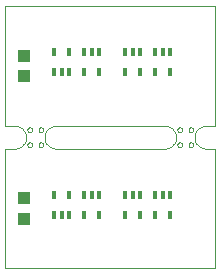
<source format=gbp>
G75*
%MOIN*%
%OFA0B0*%
%FSLAX24Y24*%
%IPPOS*%
%LPD*%
%AMOC8*
5,1,8,0,0,1.08239X$1,22.5*
%
%ADD10C,0.0000*%
%ADD11R,0.0425X0.0413*%
%ADD12R,0.0157X0.0276*%
D10*
X000330Y000150D02*
X000330Y004145D01*
X000643Y004145D01*
X000680Y004147D01*
X000717Y004152D01*
X000753Y004161D01*
X000788Y004174D01*
X000821Y004190D01*
X000853Y004209D01*
X000883Y004231D01*
X000910Y004256D01*
X000935Y004283D01*
X000957Y004313D01*
X000976Y004345D01*
X000992Y004378D01*
X001005Y004413D01*
X001014Y004449D01*
X001019Y004486D01*
X001021Y004523D01*
X001019Y004560D01*
X001014Y004597D01*
X001005Y004633D01*
X000992Y004668D01*
X000976Y004701D01*
X000957Y004733D01*
X000935Y004763D01*
X000910Y004790D01*
X000883Y004815D01*
X000853Y004837D01*
X000821Y004856D01*
X000788Y004872D01*
X000753Y004885D01*
X000717Y004894D01*
X000680Y004899D01*
X000643Y004901D01*
X000643Y004900D02*
X000330Y004900D01*
X000330Y008895D01*
X007322Y008895D01*
X007322Y004900D01*
X007018Y004900D01*
X007018Y004901D02*
X006981Y004899D01*
X006944Y004894D01*
X006908Y004885D01*
X006873Y004872D01*
X006840Y004856D01*
X006808Y004837D01*
X006778Y004815D01*
X006751Y004790D01*
X006726Y004763D01*
X006704Y004733D01*
X006685Y004701D01*
X006669Y004668D01*
X006656Y004633D01*
X006647Y004597D01*
X006642Y004560D01*
X006640Y004523D01*
X006642Y004486D01*
X006647Y004449D01*
X006656Y004413D01*
X006669Y004378D01*
X006685Y004345D01*
X006704Y004313D01*
X006726Y004283D01*
X006751Y004256D01*
X006778Y004231D01*
X006808Y004209D01*
X006840Y004190D01*
X006873Y004174D01*
X006908Y004161D01*
X006944Y004152D01*
X006981Y004147D01*
X007018Y004145D01*
X007322Y004145D01*
X007322Y000150D01*
X000330Y000150D01*
X002018Y004145D02*
X005643Y004145D01*
X005680Y004147D01*
X005717Y004152D01*
X005753Y004161D01*
X005788Y004174D01*
X005821Y004190D01*
X005853Y004209D01*
X005883Y004231D01*
X005910Y004256D01*
X005935Y004283D01*
X005957Y004313D01*
X005976Y004345D01*
X005992Y004378D01*
X006005Y004413D01*
X006014Y004449D01*
X006019Y004486D01*
X006021Y004523D01*
X006019Y004560D01*
X006014Y004597D01*
X006005Y004633D01*
X005992Y004668D01*
X005976Y004701D01*
X005957Y004733D01*
X005935Y004763D01*
X005910Y004790D01*
X005883Y004815D01*
X005853Y004837D01*
X005821Y004856D01*
X005788Y004872D01*
X005753Y004885D01*
X005717Y004894D01*
X005680Y004899D01*
X005643Y004901D01*
X005643Y004900D02*
X002018Y004900D01*
X002018Y004901D02*
X001981Y004899D01*
X001944Y004894D01*
X001908Y004885D01*
X001873Y004872D01*
X001840Y004856D01*
X001808Y004837D01*
X001778Y004815D01*
X001751Y004790D01*
X001726Y004763D01*
X001704Y004733D01*
X001685Y004701D01*
X001669Y004668D01*
X001656Y004633D01*
X001647Y004597D01*
X001642Y004560D01*
X001640Y004523D01*
X001642Y004486D01*
X001647Y004449D01*
X001656Y004413D01*
X001669Y004378D01*
X001685Y004345D01*
X001704Y004313D01*
X001726Y004283D01*
X001751Y004256D01*
X001778Y004231D01*
X001808Y004209D01*
X001840Y004190D01*
X001873Y004174D01*
X001908Y004161D01*
X001944Y004152D01*
X001981Y004147D01*
X002018Y004145D01*
X001439Y004275D02*
X001441Y004293D01*
X001447Y004309D01*
X001456Y004324D01*
X001469Y004337D01*
X001484Y004346D01*
X001500Y004352D01*
X001518Y004354D01*
X001536Y004352D01*
X001552Y004346D01*
X001567Y004337D01*
X001580Y004324D01*
X001589Y004309D01*
X001595Y004293D01*
X001597Y004275D01*
X001595Y004257D01*
X001589Y004241D01*
X001580Y004226D01*
X001567Y004213D01*
X001552Y004204D01*
X001536Y004198D01*
X001518Y004196D01*
X001500Y004198D01*
X001484Y004204D01*
X001469Y004213D01*
X001456Y004226D01*
X001447Y004241D01*
X001441Y004257D01*
X001439Y004275D01*
X001064Y004275D02*
X001066Y004293D01*
X001072Y004309D01*
X001081Y004324D01*
X001094Y004337D01*
X001109Y004346D01*
X001125Y004352D01*
X001143Y004354D01*
X001161Y004352D01*
X001177Y004346D01*
X001192Y004337D01*
X001205Y004324D01*
X001214Y004309D01*
X001220Y004293D01*
X001222Y004275D01*
X001220Y004257D01*
X001214Y004241D01*
X001205Y004226D01*
X001192Y004213D01*
X001177Y004204D01*
X001161Y004198D01*
X001143Y004196D01*
X001125Y004198D01*
X001109Y004204D01*
X001094Y004213D01*
X001081Y004226D01*
X001072Y004241D01*
X001066Y004257D01*
X001064Y004275D01*
X001064Y004775D02*
X001066Y004793D01*
X001072Y004809D01*
X001081Y004824D01*
X001094Y004837D01*
X001109Y004846D01*
X001125Y004852D01*
X001143Y004854D01*
X001161Y004852D01*
X001177Y004846D01*
X001192Y004837D01*
X001205Y004824D01*
X001214Y004809D01*
X001220Y004793D01*
X001222Y004775D01*
X001220Y004757D01*
X001214Y004741D01*
X001205Y004726D01*
X001192Y004713D01*
X001177Y004704D01*
X001161Y004698D01*
X001143Y004696D01*
X001125Y004698D01*
X001109Y004704D01*
X001094Y004713D01*
X001081Y004726D01*
X001072Y004741D01*
X001066Y004757D01*
X001064Y004775D01*
X001439Y004775D02*
X001441Y004793D01*
X001447Y004809D01*
X001456Y004824D01*
X001469Y004837D01*
X001484Y004846D01*
X001500Y004852D01*
X001518Y004854D01*
X001536Y004852D01*
X001552Y004846D01*
X001567Y004837D01*
X001580Y004824D01*
X001589Y004809D01*
X001595Y004793D01*
X001597Y004775D01*
X001595Y004757D01*
X001589Y004741D01*
X001580Y004726D01*
X001567Y004713D01*
X001552Y004704D01*
X001536Y004698D01*
X001518Y004696D01*
X001500Y004698D01*
X001484Y004704D01*
X001469Y004713D01*
X001456Y004726D01*
X001447Y004741D01*
X001441Y004757D01*
X001439Y004775D01*
X006064Y004775D02*
X006066Y004793D01*
X006072Y004809D01*
X006081Y004824D01*
X006094Y004837D01*
X006109Y004846D01*
X006125Y004852D01*
X006143Y004854D01*
X006161Y004852D01*
X006177Y004846D01*
X006192Y004837D01*
X006205Y004824D01*
X006214Y004809D01*
X006220Y004793D01*
X006222Y004775D01*
X006220Y004757D01*
X006214Y004741D01*
X006205Y004726D01*
X006192Y004713D01*
X006177Y004704D01*
X006161Y004698D01*
X006143Y004696D01*
X006125Y004698D01*
X006109Y004704D01*
X006094Y004713D01*
X006081Y004726D01*
X006072Y004741D01*
X006066Y004757D01*
X006064Y004775D01*
X006064Y004275D02*
X006066Y004293D01*
X006072Y004309D01*
X006081Y004324D01*
X006094Y004337D01*
X006109Y004346D01*
X006125Y004352D01*
X006143Y004354D01*
X006161Y004352D01*
X006177Y004346D01*
X006192Y004337D01*
X006205Y004324D01*
X006214Y004309D01*
X006220Y004293D01*
X006222Y004275D01*
X006220Y004257D01*
X006214Y004241D01*
X006205Y004226D01*
X006192Y004213D01*
X006177Y004204D01*
X006161Y004198D01*
X006143Y004196D01*
X006125Y004198D01*
X006109Y004204D01*
X006094Y004213D01*
X006081Y004226D01*
X006072Y004241D01*
X006066Y004257D01*
X006064Y004275D01*
X006439Y004275D02*
X006441Y004293D01*
X006447Y004309D01*
X006456Y004324D01*
X006469Y004337D01*
X006484Y004346D01*
X006500Y004352D01*
X006518Y004354D01*
X006536Y004352D01*
X006552Y004346D01*
X006567Y004337D01*
X006580Y004324D01*
X006589Y004309D01*
X006595Y004293D01*
X006597Y004275D01*
X006595Y004257D01*
X006589Y004241D01*
X006580Y004226D01*
X006567Y004213D01*
X006552Y004204D01*
X006536Y004198D01*
X006518Y004196D01*
X006500Y004198D01*
X006484Y004204D01*
X006469Y004213D01*
X006456Y004226D01*
X006447Y004241D01*
X006441Y004257D01*
X006439Y004275D01*
X006439Y004775D02*
X006441Y004793D01*
X006447Y004809D01*
X006456Y004824D01*
X006469Y004837D01*
X006484Y004846D01*
X006500Y004852D01*
X006518Y004854D01*
X006536Y004852D01*
X006552Y004846D01*
X006567Y004837D01*
X006580Y004824D01*
X006589Y004809D01*
X006595Y004793D01*
X006597Y004775D01*
X006595Y004757D01*
X006589Y004741D01*
X006580Y004726D01*
X006567Y004713D01*
X006552Y004704D01*
X006536Y004698D01*
X006518Y004696D01*
X006500Y004698D01*
X006484Y004704D01*
X006469Y004713D01*
X006456Y004726D01*
X006447Y004741D01*
X006441Y004757D01*
X006439Y004775D01*
D11*
X000955Y006556D03*
X000955Y007244D03*
X000955Y002494D03*
X000955Y001806D03*
D12*
X001949Y001940D03*
X002205Y001940D03*
X002461Y001940D03*
X002949Y001940D03*
X003461Y001940D03*
X003461Y002610D03*
X003205Y002610D03*
X002949Y002610D03*
X002461Y002610D03*
X001949Y002610D03*
X004324Y002610D03*
X004580Y002610D03*
X004836Y002610D03*
X005324Y002610D03*
X005580Y002610D03*
X005836Y002610D03*
X005836Y001940D03*
X005324Y001940D03*
X004836Y001940D03*
X004324Y001940D03*
X004324Y006690D03*
X004836Y006690D03*
X005324Y006690D03*
X005836Y006690D03*
X005836Y007360D03*
X005580Y007360D03*
X005324Y007360D03*
X004836Y007360D03*
X004580Y007360D03*
X004324Y007360D03*
X003461Y007360D03*
X003205Y007360D03*
X002949Y007360D03*
X002461Y007360D03*
X001949Y007360D03*
X001949Y006690D03*
X002205Y006690D03*
X002461Y006690D03*
X002949Y006690D03*
X003461Y006690D03*
M02*

</source>
